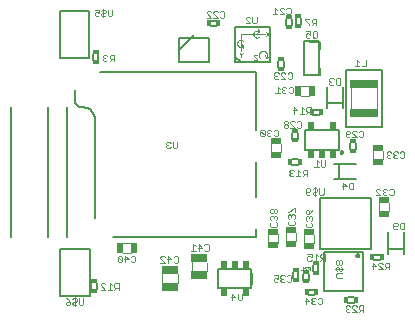
<source format=gbo>
G75*
G70*
%OFA0B0*%
%FSLAX24Y24*%
%IPPOS*%
%LPD*%
%AMOC8*
5,1,8,0,0,1.08239X$1,22.5*
%
%ADD10C,0.0060*%
%ADD11R,0.0236X0.0118*%
%ADD12C,0.0020*%
%ADD13C,0.0030*%
%ADD14C,0.0050*%
%ADD15C,0.0010*%
%ADD16R,0.0118X0.0236*%
%ADD17C,0.0080*%
%ADD18R,0.0197X0.0256*%
%ADD19C,0.0040*%
%ADD20R,0.0945X0.0276*%
%ADD21R,0.0945X0.0276*%
%ADD22R,0.0374X0.0197*%
%ADD23R,0.0197X0.0374*%
%ADD24R,0.0571X0.0295*%
D10*
X003288Y005325D02*
X003288Y005518D01*
X003464Y005518D02*
X003464Y005325D01*
X007526Y005355D02*
X007526Y005985D01*
X008628Y005985D01*
X008628Y005355D01*
X007526Y005355D01*
X010016Y005699D02*
X010016Y005892D01*
X010193Y005892D02*
X010193Y005699D01*
X010363Y005636D02*
X010363Y005829D01*
X010539Y005829D02*
X010539Y005636D01*
X010678Y005931D02*
X010678Y006124D01*
X010854Y006124D02*
X010854Y005931D01*
X010729Y005301D02*
X010536Y005301D01*
X010536Y005125D02*
X010729Y005125D01*
X011859Y005041D02*
X012051Y005041D01*
X012051Y004865D02*
X011859Y004865D01*
X012725Y006294D02*
X012918Y006294D01*
X012918Y006470D02*
X012725Y006470D01*
X010177Y009467D02*
X009984Y009467D01*
X009984Y009644D02*
X010177Y009644D01*
X010423Y009969D02*
X010460Y009969D01*
X010423Y009969D02*
X011543Y009969D01*
X011505Y009969D01*
X011543Y009969D02*
X011543Y010607D01*
X011505Y010607D01*
X011543Y010607D02*
X010423Y010607D01*
X010460Y010607D01*
X010423Y010607D02*
X010423Y009969D01*
X010777Y009969D02*
X010814Y009969D01*
X011151Y009969D02*
X011188Y009969D01*
X011922Y009998D02*
X011922Y010191D01*
X012098Y010191D02*
X012098Y009998D01*
X010886Y011121D02*
X010693Y011121D01*
X010693Y011297D02*
X010886Y011297D01*
X010169Y010530D02*
X010169Y010337D01*
X009993Y010337D02*
X009993Y010530D01*
X010364Y012452D02*
X010884Y012452D01*
X010884Y013572D01*
X010364Y013572D01*
X010364Y012452D01*
X009705Y012735D02*
X009705Y012928D01*
X009528Y012928D02*
X009528Y012735D01*
X009792Y014117D02*
X009792Y014309D01*
X009968Y014309D02*
X009968Y014117D01*
X010103Y014152D02*
X010103Y014345D01*
X010279Y014345D02*
X010279Y014152D01*
X007461Y014085D02*
X007268Y014085D01*
X007268Y014262D02*
X007461Y014262D01*
X003527Y013148D02*
X003527Y012955D01*
X003351Y012955D02*
X003351Y013148D01*
D11*
X003437Y013213D03*
X003437Y012893D03*
X009618Y012990D03*
X009618Y012670D03*
X009882Y014052D03*
X010193Y014087D03*
X010193Y014407D03*
X009882Y014372D03*
X010083Y010593D03*
X010083Y010273D03*
X012008Y010256D03*
X012008Y009936D03*
X010768Y006187D03*
X010768Y005867D03*
X010453Y005892D03*
X010453Y005572D03*
X010103Y005637D03*
X010103Y005957D03*
X003378Y005581D03*
X003378Y005261D03*
D12*
X002476Y004794D02*
X002439Y004831D01*
X002439Y004867D01*
X002476Y004904D01*
X002586Y004904D01*
X002586Y004831D01*
X002549Y004794D01*
X002476Y004794D01*
X002586Y004904D02*
X002512Y004977D01*
X002439Y005014D01*
X002660Y004977D02*
X002697Y005014D01*
X002770Y005014D01*
X002807Y004977D01*
X002807Y004941D01*
X002770Y004904D01*
X002697Y004904D01*
X002660Y004867D01*
X002660Y004831D01*
X002697Y004794D01*
X002770Y004794D01*
X002807Y004831D01*
X002881Y004831D02*
X002881Y005014D01*
X003028Y005014D02*
X003028Y004831D01*
X002991Y004794D01*
X002918Y004794D01*
X002881Y004831D01*
X002733Y004757D02*
X002733Y005051D01*
X003612Y005292D02*
X003758Y005292D01*
X003612Y005439D01*
X003612Y005476D01*
X003648Y005512D01*
X003722Y005512D01*
X003758Y005476D01*
X003906Y005512D02*
X003906Y005292D01*
X003979Y005292D02*
X003833Y005292D01*
X003979Y005439D02*
X003906Y005512D01*
X004054Y005476D02*
X004054Y005402D01*
X004090Y005365D01*
X004200Y005365D01*
X004200Y005292D02*
X004200Y005512D01*
X004090Y005512D01*
X004054Y005476D01*
X004127Y005365D02*
X004054Y005292D01*
X004202Y006205D02*
X004275Y006205D01*
X004312Y006242D01*
X004165Y006389D01*
X004165Y006242D01*
X004202Y006205D01*
X004312Y006242D02*
X004312Y006389D01*
X004275Y006425D01*
X004202Y006425D01*
X004165Y006389D01*
X004386Y006315D02*
X004533Y006315D01*
X004423Y006425D01*
X004423Y006205D01*
X004607Y006242D02*
X004644Y006205D01*
X004717Y006205D01*
X004754Y006242D01*
X004754Y006389D01*
X004717Y006425D01*
X004644Y006425D01*
X004607Y006389D01*
X005594Y006383D02*
X005631Y006420D01*
X005704Y006420D01*
X005741Y006383D01*
X005815Y006310D02*
X005962Y006310D01*
X005852Y006420D01*
X005852Y006200D01*
X005741Y006200D02*
X005594Y006346D01*
X005594Y006383D01*
X005594Y006200D02*
X005741Y006200D01*
X006036Y006236D02*
X006073Y006200D01*
X006146Y006200D01*
X006183Y006236D01*
X006183Y006383D01*
X006146Y006420D01*
X006073Y006420D01*
X006036Y006383D01*
X006618Y006593D02*
X006764Y006593D01*
X006691Y006593D02*
X006691Y006813D01*
X006764Y006740D01*
X006839Y006703D02*
X006985Y006703D01*
X006875Y006813D01*
X006875Y006593D01*
X007060Y006630D02*
X007096Y006593D01*
X007170Y006593D01*
X007206Y006630D01*
X007206Y006777D01*
X007170Y006813D01*
X007096Y006813D01*
X007060Y006777D01*
X007985Y005164D02*
X008095Y005054D01*
X007949Y005054D01*
X007985Y004944D02*
X007985Y005164D01*
X008170Y005164D02*
X008170Y004981D01*
X008206Y004944D01*
X008280Y004944D01*
X008316Y004981D01*
X008316Y005164D01*
X009374Y005592D02*
X009411Y005556D01*
X009484Y005556D01*
X009521Y005592D01*
X009521Y005666D02*
X009447Y005702D01*
X009411Y005702D01*
X009374Y005666D01*
X009374Y005592D01*
X009521Y005666D02*
X009521Y005776D01*
X009374Y005776D01*
X009595Y005739D02*
X009595Y005702D01*
X009632Y005666D01*
X009595Y005629D01*
X009595Y005592D01*
X009632Y005556D01*
X009705Y005556D01*
X009742Y005592D01*
X009816Y005592D02*
X009853Y005556D01*
X009926Y005556D01*
X009963Y005592D01*
X009963Y005739D01*
X009926Y005776D01*
X009853Y005776D01*
X009816Y005739D01*
X009742Y005739D02*
X009705Y005776D01*
X009632Y005776D01*
X009595Y005739D01*
X009632Y005666D02*
X009668Y005666D01*
X010444Y005032D02*
X010444Y004812D01*
X010407Y004922D02*
X010554Y004922D01*
X010444Y005032D01*
X010628Y004995D02*
X010628Y004959D01*
X010665Y004922D01*
X010628Y004885D01*
X010628Y004848D01*
X010665Y004812D01*
X010738Y004812D01*
X010775Y004848D01*
X010849Y004848D02*
X010886Y004812D01*
X010959Y004812D01*
X010996Y004848D01*
X010996Y004995D01*
X010959Y005032D01*
X010886Y005032D01*
X010849Y004995D01*
X010775Y004995D02*
X010738Y005032D01*
X010665Y005032D01*
X010628Y004995D01*
X010665Y004922D02*
X010701Y004922D01*
X011472Y005692D02*
X011436Y005729D01*
X011436Y005802D01*
X011472Y005839D01*
X011656Y005839D01*
X011619Y005913D02*
X011656Y005950D01*
X011656Y006023D01*
X011619Y006060D01*
X011619Y006134D02*
X011582Y006134D01*
X011546Y006171D01*
X011546Y006244D01*
X011509Y006281D01*
X011472Y006281D01*
X011436Y006244D01*
X011436Y006171D01*
X011472Y006134D01*
X011509Y006134D01*
X011546Y006171D01*
X011546Y006244D02*
X011582Y006281D01*
X011619Y006281D01*
X011656Y006244D01*
X011656Y006171D01*
X011619Y006134D01*
X011509Y006060D02*
X011546Y006023D01*
X011546Y005950D01*
X011582Y005913D01*
X011619Y005913D01*
X011692Y005986D02*
X011399Y005986D01*
X011436Y005950D02*
X011436Y006023D01*
X011472Y006060D01*
X011509Y006060D01*
X011436Y005950D02*
X011472Y005913D01*
X011472Y005692D02*
X011656Y005692D01*
X011074Y006264D02*
X011074Y006485D01*
X010964Y006485D01*
X010928Y006448D01*
X010928Y006375D01*
X010964Y006338D01*
X011074Y006338D01*
X011001Y006338D02*
X010928Y006264D01*
X010853Y006264D02*
X010707Y006264D01*
X010780Y006264D02*
X010780Y006485D01*
X010853Y006411D01*
X010632Y006375D02*
X010559Y006411D01*
X010522Y006411D01*
X010486Y006375D01*
X010486Y006301D01*
X010522Y006264D01*
X010596Y006264D01*
X010632Y006301D01*
X010632Y006375D02*
X010632Y006485D01*
X010486Y006485D01*
X010476Y007379D02*
X010439Y007415D01*
X010439Y007489D01*
X010476Y007525D01*
X010476Y007599D02*
X010439Y007636D01*
X010439Y007710D01*
X010476Y007746D01*
X010513Y007746D01*
X010549Y007710D01*
X010549Y007673D01*
X010549Y007710D02*
X010586Y007746D01*
X010623Y007746D01*
X010660Y007710D01*
X010660Y007636D01*
X010623Y007599D01*
X010623Y007525D02*
X010660Y007489D01*
X010660Y007415D01*
X010623Y007379D01*
X010476Y007379D01*
X010069Y007474D02*
X010032Y007438D01*
X009886Y007438D01*
X009849Y007474D01*
X009849Y007548D01*
X009886Y007584D01*
X009886Y007659D02*
X009849Y007695D01*
X009849Y007769D01*
X009886Y007805D01*
X009922Y007805D01*
X009959Y007769D01*
X009959Y007732D01*
X009959Y007769D02*
X009996Y007805D01*
X010032Y007805D01*
X010069Y007769D01*
X010069Y007695D01*
X010032Y007659D01*
X010032Y007584D02*
X010069Y007548D01*
X010069Y007474D01*
X010069Y007880D02*
X010069Y008026D01*
X010032Y008026D01*
X009886Y007880D01*
X009849Y007880D01*
X009478Y007877D02*
X009478Y007950D01*
X009442Y007987D01*
X009405Y007987D01*
X009368Y007950D01*
X009368Y007877D01*
X009405Y007840D01*
X009442Y007840D01*
X009478Y007877D01*
X009368Y007877D02*
X009332Y007840D01*
X009295Y007840D01*
X009258Y007877D01*
X009258Y007950D01*
X009295Y007987D01*
X009332Y007987D01*
X009368Y007950D01*
X009332Y007766D02*
X009295Y007766D01*
X009258Y007729D01*
X009258Y007656D01*
X009295Y007619D01*
X009295Y007545D02*
X009258Y007508D01*
X009258Y007435D01*
X009295Y007398D01*
X009442Y007398D01*
X009478Y007435D01*
X009478Y007508D01*
X009442Y007545D01*
X009442Y007619D02*
X009478Y007656D01*
X009478Y007729D01*
X009442Y007766D01*
X009405Y007766D01*
X009368Y007729D01*
X009332Y007766D01*
X009368Y007729D02*
X009368Y007693D01*
X010439Y007857D02*
X010439Y007931D01*
X010476Y007967D01*
X010513Y007967D01*
X010549Y007931D01*
X010549Y007820D01*
X010476Y007820D01*
X010439Y007857D01*
X010549Y007820D02*
X010623Y007894D01*
X010660Y007967D01*
X010737Y008419D02*
X010737Y008712D01*
X010700Y008675D02*
X010664Y008639D01*
X010700Y008675D02*
X010774Y008675D01*
X010811Y008639D01*
X010811Y008602D01*
X010774Y008565D01*
X010700Y008565D01*
X010664Y008529D01*
X010664Y008492D01*
X010700Y008455D01*
X010774Y008455D01*
X010811Y008492D01*
X010885Y008492D02*
X010885Y008675D01*
X011032Y008675D02*
X011032Y008492D01*
X010995Y008455D01*
X010921Y008455D01*
X010885Y008492D01*
X010590Y008492D02*
X010553Y008455D01*
X010480Y008455D01*
X010443Y008492D01*
X010443Y008639D01*
X010480Y008675D01*
X010553Y008675D01*
X010590Y008639D01*
X010590Y008602D01*
X010553Y008565D01*
X010443Y008565D01*
X010484Y009076D02*
X010484Y009296D01*
X010374Y009296D01*
X010337Y009259D01*
X010337Y009186D01*
X010374Y009149D01*
X010484Y009149D01*
X010411Y009149D02*
X010337Y009076D01*
X010263Y009076D02*
X010116Y009076D01*
X010190Y009076D02*
X010190Y009296D01*
X010263Y009222D01*
X010042Y009259D02*
X010005Y009296D01*
X009932Y009296D01*
X009895Y009259D01*
X009895Y009222D01*
X009932Y009186D01*
X009895Y009149D01*
X009895Y009112D01*
X009932Y009076D01*
X010005Y009076D01*
X010042Y009112D01*
X009969Y009186D02*
X009932Y009186D01*
X010725Y009394D02*
X010872Y009394D01*
X010798Y009394D02*
X010798Y009614D01*
X010872Y009541D01*
X010946Y009614D02*
X010946Y009431D01*
X010983Y009394D01*
X011056Y009394D01*
X011093Y009431D01*
X011093Y009614D01*
X011804Y010375D02*
X011768Y010411D01*
X011768Y010558D01*
X011804Y010595D01*
X011878Y010595D01*
X011914Y010558D01*
X011914Y010521D01*
X011878Y010485D01*
X011768Y010485D01*
X011804Y010375D02*
X011878Y010375D01*
X011914Y010411D01*
X011989Y010375D02*
X012135Y010375D01*
X011989Y010521D01*
X011989Y010558D01*
X012025Y010595D01*
X012099Y010595D01*
X012135Y010558D01*
X012210Y010558D02*
X012246Y010595D01*
X012320Y010595D01*
X012356Y010558D01*
X012356Y010411D01*
X012320Y010375D01*
X012246Y010375D01*
X012210Y010411D01*
X013139Y009869D02*
X013139Y009833D01*
X013176Y009796D01*
X013139Y009759D01*
X013139Y009722D01*
X013176Y009686D01*
X013249Y009686D01*
X013286Y009722D01*
X013360Y009722D02*
X013397Y009686D01*
X013470Y009686D01*
X013507Y009722D01*
X013581Y009722D02*
X013618Y009686D01*
X013691Y009686D01*
X013728Y009722D01*
X013728Y009869D01*
X013691Y009906D01*
X013618Y009906D01*
X013581Y009869D01*
X013507Y009869D02*
X013470Y009906D01*
X013397Y009906D01*
X013360Y009869D01*
X013360Y009833D01*
X013397Y009796D01*
X013360Y009759D01*
X013360Y009722D01*
X013397Y009796D02*
X013434Y009796D01*
X013286Y009869D02*
X013249Y009906D01*
X013176Y009906D01*
X013139Y009869D01*
X013176Y009796D02*
X013213Y009796D01*
X013258Y008666D02*
X013331Y008666D01*
X013368Y008629D01*
X013368Y008482D01*
X013331Y008445D01*
X013258Y008445D01*
X013221Y008482D01*
X013147Y008482D02*
X013111Y008445D01*
X013037Y008445D01*
X013000Y008482D01*
X013000Y008519D01*
X013037Y008556D01*
X013074Y008556D01*
X013037Y008556D02*
X013000Y008592D01*
X013000Y008629D01*
X013037Y008666D01*
X013111Y008666D01*
X013147Y008629D01*
X013221Y008629D02*
X013258Y008666D01*
X012926Y008629D02*
X012890Y008666D01*
X012816Y008666D01*
X012779Y008629D01*
X012779Y008592D01*
X012926Y008445D01*
X012779Y008445D01*
X012021Y008646D02*
X011911Y008646D01*
X011874Y008683D01*
X011874Y008829D01*
X011911Y008866D01*
X012021Y008866D01*
X012021Y008646D01*
X011800Y008756D02*
X011690Y008866D01*
X011690Y008646D01*
X011653Y008756D02*
X011800Y008756D01*
X013356Y007499D02*
X013393Y007536D01*
X013466Y007536D01*
X013503Y007499D01*
X013503Y007463D01*
X013466Y007426D01*
X013356Y007426D01*
X013356Y007353D02*
X013356Y007499D01*
X013356Y007353D02*
X013393Y007316D01*
X013466Y007316D01*
X013503Y007353D01*
X013577Y007353D02*
X013577Y007499D01*
X013614Y007536D01*
X013724Y007536D01*
X013724Y007316D01*
X013614Y007316D01*
X013577Y007353D01*
X013219Y006193D02*
X013108Y006193D01*
X013072Y006156D01*
X013072Y006083D01*
X013108Y006046D01*
X013219Y006046D01*
X013219Y005973D02*
X013219Y006193D01*
X013145Y006046D02*
X013072Y005973D01*
X012998Y005973D02*
X012851Y006120D01*
X012851Y006156D01*
X012887Y006193D01*
X012961Y006193D01*
X012998Y006156D01*
X012998Y005973D02*
X012851Y005973D01*
X012777Y006083D02*
X012667Y006193D01*
X012667Y005973D01*
X012630Y006083D02*
X012777Y006083D01*
X012358Y004772D02*
X012248Y004772D01*
X012211Y004735D01*
X012211Y004662D01*
X012248Y004625D01*
X012358Y004625D01*
X012358Y004552D02*
X012358Y004772D01*
X012285Y004625D02*
X012211Y004552D01*
X012137Y004552D02*
X011990Y004699D01*
X011990Y004735D01*
X012027Y004772D01*
X012100Y004772D01*
X012137Y004735D01*
X012137Y004552D02*
X011990Y004552D01*
X011916Y004589D02*
X011879Y004552D01*
X011806Y004552D01*
X011769Y004589D01*
X011769Y004625D01*
X011806Y004662D01*
X011843Y004662D01*
X011806Y004662D02*
X011769Y004699D01*
X011769Y004735D01*
X011806Y004772D01*
X011879Y004772D01*
X011916Y004735D01*
X009477Y010414D02*
X009404Y010414D01*
X009367Y010451D01*
X009293Y010451D02*
X009256Y010414D01*
X009183Y010414D01*
X009146Y010451D01*
X009146Y010487D01*
X009183Y010524D01*
X009219Y010524D01*
X009183Y010524D02*
X009146Y010561D01*
X009146Y010597D01*
X009183Y010634D01*
X009256Y010634D01*
X009293Y010597D01*
X009367Y010597D02*
X009404Y010634D01*
X009477Y010634D01*
X009514Y010597D01*
X009514Y010451D01*
X009477Y010414D01*
X009739Y010698D02*
X009812Y010698D01*
X009849Y010734D01*
X009849Y010771D01*
X009812Y010808D01*
X009739Y010808D01*
X009702Y010771D01*
X009702Y010734D01*
X009739Y010698D01*
X009739Y010808D02*
X009702Y010844D01*
X009702Y010881D01*
X009739Y010918D01*
X009812Y010918D01*
X009849Y010881D01*
X009849Y010844D01*
X009812Y010808D01*
X009923Y010844D02*
X009923Y010881D01*
X009960Y010918D01*
X010033Y010918D01*
X010070Y010881D01*
X010144Y010881D02*
X010181Y010918D01*
X010254Y010918D01*
X010291Y010881D01*
X010291Y010734D01*
X010254Y010698D01*
X010181Y010698D01*
X010144Y010734D01*
X010070Y010698D02*
X009923Y010844D01*
X009923Y010698D02*
X010070Y010698D01*
X010050Y011162D02*
X010050Y011382D01*
X010160Y011272D01*
X010013Y011272D01*
X010234Y011162D02*
X010381Y011162D01*
X010308Y011162D02*
X010308Y011382D01*
X010381Y011309D01*
X010455Y011346D02*
X010455Y011272D01*
X010492Y011236D01*
X010602Y011236D01*
X010529Y011236D02*
X010455Y011162D01*
X010602Y011162D02*
X010602Y011382D01*
X010492Y011382D01*
X010455Y011346D01*
X009977Y011839D02*
X009904Y011839D01*
X009867Y011876D01*
X009793Y011876D02*
X009756Y011839D01*
X009683Y011839D01*
X009646Y011876D01*
X009646Y011913D01*
X009683Y011949D01*
X009719Y011949D01*
X009683Y011949D02*
X009646Y011986D01*
X009646Y012023D01*
X009683Y012059D01*
X009756Y012059D01*
X009793Y012023D01*
X009867Y012023D02*
X009904Y012059D01*
X009977Y012059D01*
X010014Y012023D01*
X010014Y011876D01*
X009977Y011839D01*
X009572Y011839D02*
X009425Y011839D01*
X009498Y011839D02*
X009498Y012059D01*
X009572Y011986D01*
X009612Y012320D02*
X009759Y012320D01*
X009612Y012466D01*
X009612Y012503D01*
X009649Y012540D01*
X009722Y012540D01*
X009759Y012503D01*
X009833Y012503D02*
X009870Y012540D01*
X009943Y012540D01*
X009980Y012503D01*
X009980Y012356D01*
X009943Y012320D01*
X009870Y012320D01*
X009833Y012356D01*
X009538Y012356D02*
X009501Y012320D01*
X009428Y012320D01*
X009391Y012356D01*
X009391Y012393D01*
X009428Y012430D01*
X009465Y012430D01*
X009428Y012430D02*
X009391Y012466D01*
X009391Y012503D01*
X009428Y012540D01*
X009501Y012540D01*
X009538Y012503D01*
X010482Y013691D02*
X010445Y013727D01*
X010445Y013801D01*
X010482Y013838D01*
X010519Y013838D01*
X010592Y013801D01*
X010592Y013911D01*
X010445Y013911D01*
X010482Y013691D02*
X010556Y013691D01*
X010592Y013727D01*
X010666Y013727D02*
X010703Y013691D01*
X010777Y013691D01*
X010813Y013727D01*
X010813Y013874D01*
X010777Y013911D01*
X010703Y013911D01*
X010666Y013874D01*
X010666Y013727D01*
X010666Y013691D02*
X010740Y013764D01*
X010783Y014115D02*
X010783Y014335D01*
X010673Y014335D01*
X010636Y014298D01*
X010636Y014225D01*
X010673Y014188D01*
X010783Y014188D01*
X010709Y014188D02*
X010636Y014115D01*
X010562Y014115D02*
X010562Y014152D01*
X010415Y014298D01*
X010415Y014335D01*
X010562Y014335D01*
X009937Y014510D02*
X009900Y014473D01*
X009827Y014473D01*
X009790Y014510D01*
X009716Y014473D02*
X009569Y014473D01*
X009495Y014473D02*
X009348Y014473D01*
X009421Y014473D02*
X009421Y014693D01*
X009495Y014620D01*
X009569Y014620D02*
X009569Y014657D01*
X009606Y014693D01*
X009679Y014693D01*
X009716Y014657D01*
X009790Y014657D02*
X009827Y014693D01*
X009900Y014693D01*
X009937Y014657D01*
X009937Y014510D01*
X009716Y014473D02*
X009569Y014620D01*
X008804Y014400D02*
X008804Y014217D01*
X008768Y014180D01*
X008694Y014180D01*
X008657Y014217D01*
X008657Y014400D01*
X008583Y014363D02*
X008547Y014400D01*
X008473Y014400D01*
X008436Y014363D01*
X008436Y014327D01*
X008583Y014180D01*
X008436Y014180D01*
X007728Y014400D02*
X007691Y014363D01*
X007618Y014363D01*
X007581Y014400D01*
X007507Y014363D02*
X007360Y014510D01*
X007360Y014546D01*
X007397Y014583D01*
X007470Y014583D01*
X007507Y014546D01*
X007581Y014546D02*
X007618Y014583D01*
X007691Y014583D01*
X007728Y014546D01*
X007728Y014400D01*
X007507Y014363D02*
X007360Y014363D01*
X007286Y014363D02*
X007139Y014510D01*
X007139Y014546D01*
X007176Y014583D01*
X007249Y014583D01*
X007286Y014546D01*
X007286Y014363D02*
X007139Y014363D01*
X003990Y014449D02*
X003953Y014412D01*
X003880Y014412D01*
X003843Y014449D01*
X003843Y014632D01*
X003769Y014596D02*
X003732Y014632D01*
X003659Y014632D01*
X003622Y014596D01*
X003659Y014522D02*
X003732Y014522D01*
X003769Y014559D01*
X003769Y014596D01*
X003695Y014669D02*
X003695Y014375D01*
X003659Y014412D02*
X003732Y014412D01*
X003769Y014449D01*
X003659Y014412D02*
X003622Y014449D01*
X003622Y014486D01*
X003659Y014522D01*
X003548Y014522D02*
X003474Y014559D01*
X003438Y014559D01*
X003401Y014522D01*
X003401Y014449D01*
X003438Y014412D01*
X003511Y014412D01*
X003548Y014449D01*
X003548Y014522D02*
X003548Y014632D01*
X003401Y014632D01*
X003990Y014632D02*
X003990Y014449D01*
X003935Y013126D02*
X003899Y013090D01*
X003899Y013016D01*
X003935Y012979D01*
X004045Y012979D01*
X004045Y012906D02*
X004045Y013126D01*
X003935Y013126D01*
X003824Y013090D02*
X003788Y013126D01*
X003714Y013126D01*
X003678Y013090D01*
X003678Y013053D01*
X003714Y013016D01*
X003678Y012979D01*
X003678Y012943D01*
X003714Y012906D01*
X003788Y012906D01*
X003824Y012943D01*
X003899Y012906D02*
X003972Y012979D01*
X003751Y013016D02*
X003714Y013016D01*
X005820Y010227D02*
X005783Y010190D01*
X005783Y010153D01*
X005820Y010117D01*
X005783Y010080D01*
X005783Y010043D01*
X005820Y010007D01*
X005893Y010007D01*
X005930Y010043D01*
X006004Y010043D02*
X006004Y010227D01*
X005930Y010190D02*
X005893Y010227D01*
X005820Y010227D01*
X005820Y010117D02*
X005856Y010117D01*
X006004Y010043D02*
X006041Y010007D01*
X006114Y010007D01*
X006151Y010043D01*
X006151Y010227D01*
X008925Y010451D02*
X008962Y010414D01*
X009035Y010414D01*
X009072Y010451D01*
X008925Y010597D01*
X008925Y010451D01*
X008925Y010597D02*
X008962Y010634D01*
X009035Y010634D01*
X009072Y010597D01*
X009072Y010451D01*
X011222Y012164D02*
X011259Y012127D01*
X011333Y012127D01*
X011369Y012164D01*
X011443Y012164D02*
X011443Y012310D01*
X011480Y012347D01*
X011590Y012347D01*
X011590Y012127D01*
X011480Y012127D01*
X011443Y012164D01*
X011369Y012310D02*
X011333Y012347D01*
X011259Y012347D01*
X011222Y012310D01*
X011222Y012274D01*
X011259Y012237D01*
X011222Y012200D01*
X011222Y012164D01*
X011259Y012237D02*
X011296Y012237D01*
D13*
X009218Y013055D02*
X009118Y013015D01*
X009088Y013105D01*
X009118Y013015D02*
X009133Y013033D01*
X009144Y013052D01*
X009153Y013074D01*
X009158Y013096D01*
X009159Y013119D01*
X009156Y013142D01*
X009150Y013164D01*
X009141Y013184D01*
X009128Y013203D01*
X009112Y013220D01*
X009094Y013234D01*
X009074Y013245D01*
X009052Y013252D01*
X009029Y013256D01*
X009007Y013256D01*
X008984Y013252D01*
X008962Y013245D01*
X008942Y013234D01*
X008924Y013220D01*
X008908Y013203D01*
X008895Y013184D01*
X008886Y013164D01*
X008880Y013142D01*
X008877Y013119D01*
X008878Y013096D01*
X008883Y013074D01*
X008892Y013052D01*
X008903Y013033D01*
X008918Y013015D01*
X008358Y013355D02*
X008358Y013435D01*
X008318Y013475D01*
X008358Y013435D02*
X008343Y013421D01*
X008327Y013409D01*
X008308Y013400D01*
X008289Y013395D01*
X008268Y013393D01*
X008248Y013395D01*
X008228Y013400D01*
X008210Y013409D01*
X008193Y013420D01*
X008178Y013435D01*
X008167Y013451D01*
X008158Y013470D01*
X008153Y013490D01*
X008151Y013510D01*
X008153Y013530D01*
X008158Y013550D01*
X008167Y013569D01*
X008178Y013585D01*
X008193Y013600D01*
X008210Y013611D01*
X008228Y013620D01*
X008248Y013625D01*
X008268Y013627D01*
X008289Y013625D01*
X008308Y013620D01*
X008327Y013611D01*
X008343Y013599D01*
X008358Y013585D01*
X008268Y013815D02*
X008268Y013265D01*
X008268Y013815D02*
X009068Y013815D01*
X008878Y013905D02*
X008858Y013975D01*
X008878Y013905D02*
X008818Y013865D01*
X008878Y013904D02*
X008860Y013915D01*
X008841Y013923D01*
X008821Y013927D01*
X008800Y013928D01*
X008779Y013924D01*
X008760Y013917D01*
X008742Y013907D01*
X008726Y013894D01*
X008713Y013877D01*
X008703Y013859D01*
X008696Y013840D01*
X008693Y013819D01*
X008694Y013798D01*
X008698Y013778D01*
X008707Y013759D01*
X008718Y013741D01*
X008732Y013726D01*
X008749Y013714D01*
X008768Y013705D01*
X008788Y013700D01*
X008809Y013698D01*
X008829Y013700D01*
X008849Y013706D01*
X008868Y013715D01*
D14*
X009258Y014056D02*
X009258Y012874D01*
X008274Y012874D01*
X008077Y013071D01*
X008077Y014056D01*
X009258Y014056D01*
X008274Y012874D02*
X008077Y012874D01*
X008077Y013071D01*
X007211Y012894D02*
X007211Y013681D01*
X006227Y013681D01*
X006227Y012894D01*
X007211Y012894D01*
X006719Y013788D02*
X006219Y013288D01*
X003219Y013008D02*
X003219Y014583D01*
X002234Y014583D01*
X002234Y013008D01*
X003219Y013008D01*
X003234Y006654D02*
X002250Y006654D01*
X002250Y005079D01*
X003234Y005079D01*
X003234Y006654D01*
X010923Y006654D02*
X012616Y006654D01*
X012616Y008347D01*
X010923Y008347D01*
X010923Y006654D01*
X011046Y006552D02*
X012345Y006552D01*
X012345Y005252D01*
X011046Y005252D01*
X011046Y006552D01*
X012123Y006443D02*
X012125Y006456D01*
X012130Y006469D01*
X012139Y006480D01*
X012150Y006487D01*
X012163Y006492D01*
X012176Y006493D01*
X012190Y006490D01*
X012202Y006484D01*
X012212Y006475D01*
X012219Y006463D01*
X012223Y006450D01*
X012223Y006436D01*
X012219Y006423D01*
X012212Y006411D01*
X012202Y006402D01*
X012190Y006396D01*
X012176Y006393D01*
X012163Y006394D01*
X012150Y006399D01*
X012139Y006406D01*
X012130Y006417D01*
X012125Y006430D01*
X012123Y006443D01*
X011598Y009878D02*
X011600Y009891D01*
X011605Y009902D01*
X011614Y009912D01*
X011624Y009919D01*
X011637Y009923D01*
X011649Y009923D01*
X011662Y009919D01*
X011672Y009912D01*
X011681Y009902D01*
X011686Y009891D01*
X011688Y009878D01*
X011686Y009865D01*
X011681Y009854D01*
X011672Y009844D01*
X011662Y009837D01*
X011649Y009833D01*
X011637Y009833D01*
X011624Y009837D01*
X011614Y009844D01*
X011605Y009854D01*
X011600Y009865D01*
X011598Y009878D01*
D15*
X008810Y012970D02*
X008710Y012970D01*
X008810Y012970D02*
X008810Y012995D01*
X008710Y013095D01*
X008710Y013120D01*
X008810Y013120D01*
X008330Y013175D02*
X008280Y013125D01*
X008280Y013050D01*
X008280Y013125D02*
X008230Y013175D01*
X008230Y013200D01*
X008330Y013200D02*
X008330Y013175D01*
X009110Y013741D02*
X009211Y013891D01*
X009110Y013891D02*
X009211Y013741D01*
X010332Y006062D02*
X010332Y005952D01*
X010369Y005952D02*
X010295Y005952D01*
X010369Y006026D02*
X010332Y006062D01*
X010406Y006044D02*
X010424Y006062D01*
X010461Y006062D01*
X010479Y006044D01*
X010516Y006044D02*
X010516Y006007D01*
X010535Y005989D01*
X010590Y005989D01*
X010590Y005952D02*
X010590Y006062D01*
X010535Y006062D01*
X010516Y006044D01*
X010553Y005989D02*
X010516Y005952D01*
X010479Y005952D02*
X010406Y006026D01*
X010406Y006044D01*
X010406Y005952D02*
X010479Y005952D01*
D16*
X010473Y005215D03*
X010793Y005215D03*
X011796Y004955D03*
X012116Y004955D03*
X012660Y006380D03*
X012980Y006380D03*
X010242Y009557D03*
X009922Y009557D03*
X010631Y011211D03*
X010951Y011211D03*
X007525Y014176D03*
X007205Y014176D03*
D17*
X008766Y012559D02*
X008766Y010630D01*
X008766Y009567D02*
X008766Y008386D01*
X008766Y007323D02*
X008766Y007048D01*
X004002Y007048D01*
X003412Y007678D02*
X003412Y010985D01*
X003409Y011023D01*
X003403Y011061D01*
X003393Y011098D01*
X003379Y011134D01*
X003363Y011169D01*
X003343Y011201D01*
X003320Y011232D01*
X003294Y011261D01*
X003265Y011287D01*
X003234Y011310D01*
X003202Y011330D01*
X003167Y011346D01*
X003131Y011360D01*
X003094Y011370D01*
X003056Y011376D01*
X003018Y011379D01*
X003018Y011378D02*
X002986Y011377D01*
X002955Y011381D01*
X002924Y011388D01*
X002894Y011399D01*
X002866Y011413D01*
X002840Y011431D01*
X002816Y011452D01*
X002795Y011476D01*
X002777Y011502D01*
X002763Y011530D01*
X002752Y011560D01*
X002745Y011591D01*
X002741Y011622D01*
X002742Y011654D01*
X002742Y011969D01*
X002467Y011378D02*
X002467Y007048D01*
X001837Y007048D02*
X001837Y011378D01*
X000616Y011378D02*
X000616Y007048D01*
X003569Y012559D02*
X008766Y012559D01*
X010585Y012461D02*
X010900Y012461D01*
X010900Y012697D01*
X010900Y013327D02*
X010900Y013563D01*
X010585Y013563D01*
X011784Y012624D02*
X011784Y010724D01*
X012984Y010724D01*
X012984Y012624D01*
X011784Y012624D01*
X011664Y012063D02*
X011664Y011512D01*
X011152Y011512D01*
X011152Y012063D01*
X011152Y011512D02*
X011152Y011355D01*
X011664Y011355D02*
X011664Y011512D01*
X011546Y009493D02*
X011388Y009493D01*
X011546Y009493D02*
X011546Y008981D01*
X012097Y008981D01*
X012097Y009493D02*
X011546Y009493D01*
X011546Y008981D02*
X011388Y008981D01*
X013191Y007213D02*
X013191Y006662D01*
X013703Y006662D01*
X013703Y007213D01*
X013703Y006662D02*
X013703Y006504D01*
X013191Y006504D02*
X013191Y006662D01*
X008637Y005839D02*
X008637Y005501D01*
X008183Y005351D02*
X007971Y005351D01*
X007517Y005501D02*
X007517Y005839D01*
D18*
X007703Y006132D03*
X008077Y006132D03*
X008451Y006132D03*
X008451Y005207D03*
X007703Y005207D03*
X010609Y009825D03*
X010983Y009825D03*
X011357Y009825D03*
X011357Y010750D03*
X010609Y010750D03*
D19*
X010544Y011769D02*
X010264Y011769D01*
X010264Y012104D02*
X010544Y012104D01*
X011946Y012088D02*
X011946Y011254D01*
X012822Y011254D02*
X012822Y012088D01*
X012441Y012744D02*
X012308Y012744D01*
X012220Y012744D02*
X012087Y012744D01*
X012154Y012744D02*
X012154Y012944D01*
X012220Y012877D01*
X012441Y012944D02*
X012441Y012744D01*
X012679Y009932D02*
X012679Y009652D01*
X013014Y009652D02*
X013014Y009932D01*
X012869Y008200D02*
X012869Y007919D01*
X013204Y007919D02*
X013204Y008200D01*
X010704Y007129D02*
X010704Y006848D01*
X010369Y006848D02*
X010369Y007129D01*
X010113Y007188D02*
X010113Y006907D01*
X009778Y006907D02*
X009778Y007188D01*
X009523Y007148D02*
X009523Y006868D01*
X009188Y006868D02*
X009188Y007148D01*
X007156Y006204D02*
X007156Y005913D01*
X006636Y005913D02*
X006636Y006213D01*
X006171Y005810D02*
X006171Y005520D01*
X005652Y005520D02*
X005652Y005820D01*
X004615Y006528D02*
X004334Y006528D01*
X004334Y006863D02*
X004615Y006863D01*
X009286Y009884D02*
X009286Y010164D01*
X009621Y010164D02*
X009621Y009884D01*
D20*
X012384Y011181D03*
D21*
X012384Y012166D03*
D22*
X012847Y010023D03*
X012847Y009563D03*
X013036Y008288D03*
X013036Y007828D03*
X010536Y007217D03*
X010536Y006757D03*
X009945Y006816D03*
X009945Y007276D03*
X009355Y007237D03*
X009355Y006777D03*
X009453Y009792D03*
X009453Y010252D03*
D23*
X010175Y011935D03*
X010635Y011935D03*
X004706Y006695D03*
X004246Y006695D03*
D24*
X005911Y005952D03*
X005911Y005382D03*
X006895Y005776D03*
X006895Y006346D03*
M02*

</source>
